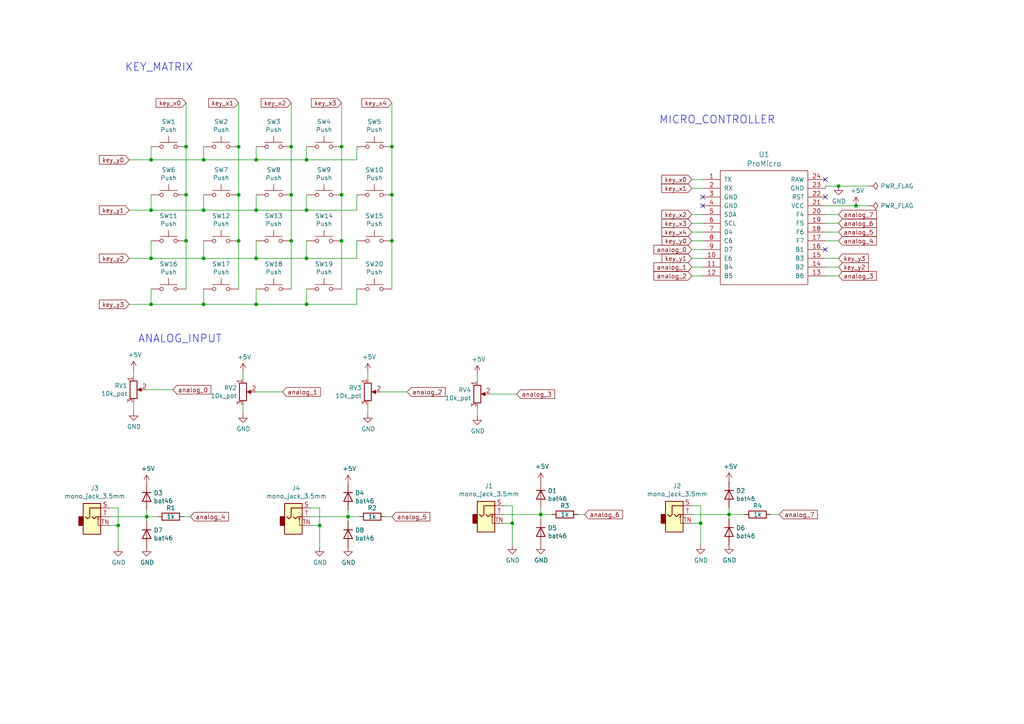
<source format=kicad_sch>
(kicad_sch (version 20211123) (generator eeschema)
  (paper "A4")
  (title_block (title "c_l_i_k_r") (date "2022-02-22") (rev "v_0_2_1") (company "cyberboy666") (comment 1 "CC-BY-SA"))
  (lib_symbols
    (symbol "Connector:AudioJack2_SwitchT"
      (property "Reference" "J" (at 0 8.89 0))
      (property "Value" "AudioJack2_SwitchT" (at 0 6.35 0))
      (symbol "AudioJack2_SwitchT_0_1"
        (rectangle (start -2.54 0) (end -3.81 -2.54) (stroke (width 0.254)) (fill (type outline)))
        (polyline (pts (xy 1.778 -0.254) (xy 2.032 -0.762)))
        (polyline (pts (xy 0 0) (xy 0.635 -0.635) (xy 1.27 0) (xy 2.54 0)) (stroke (width 0.254)))
        (polyline (pts (xy 2.54 -2.54) (xy 1.778 -2.54) (xy 1.778 -0.254) (xy 1.524 -0.762)))
        (polyline (pts (xy 2.54 2.54) (xy -0.635 2.54) (xy -0.635 0) (xy -1.27 -0.635) (xy -1.905 0)) (stroke (width 0.254)))
        (rectangle (start 2.54 3.81) (end -2.54 -5.08) (stroke (width 0.254)) (fill (type background)))
      )
      (symbol "AudioJack2_SwitchT_1_1"
        (pin passive line (at 5.08 2.54 180) (length 2.54) (name "~") (number "S"))
        (pin passive line (at 5.08 0 180) (length 2.54) (name "~") (number "T"))
        (pin passive line (at 5.08 -2.54 180) (length 2.54) (name "~") (number "TN"))
      )
    )
    (symbol "Device:D" (pin_numbers hide) (pin_names (offset 1.016) hide)
      (property "Reference" "D" (at 0 2.54 0))
      (property "Value" "D" (at 0 -2.54 0))
      (symbol "D_0_1"
        (polyline (pts (xy -1.27 1.27) (xy -1.27 -1.27)) (stroke (width 0.254)))
        (polyline (pts (xy 1.27 0) (xy -1.27 0)))
        (polyline (pts (xy 1.27 1.27) (xy 1.27 -1.27) (xy -1.27 0) (xy 1.27 1.27)) (stroke (width 0.254)))
      )
      (symbol "D_1_1"
        (pin passive line (at -3.81 0 0) (length 2.54) (name "K") (number "1"))
        (pin passive line (at 3.81 0 180) (length 2.54) (name "A") (number "2"))
      )
    )
    (symbol "Device:R" (pin_numbers hide) (pin_names (offset 0))
      (property "Reference" "R" (at 2.032 0 90))
      (property "Value" "R" (at 0 0 90))
      (symbol "R_0_1"
        (rectangle (start -1.016 -2.54) (end 1.016 2.54) (stroke (width 0.254)))
      )
      (symbol "R_1_1"
        (pin passive line (at 0 3.81 270) (length 1.27) (name "~") (number "1"))
        (pin passive line (at 0 -3.81 90) (length 1.27) (name "~") (number "2"))
      )
    )
    (symbol "Device:R_Potentiometer" (pin_names (offset 1.016) hide)
      (property "Reference" "RV" (at -4.445 0 90))
      (property "Value" "R_Potentiometer" (at -2.54 0 90))
      (symbol "R_Potentiometer_0_1"
        (polyline (pts (xy 2.54 0) (xy 1.524 0)))
        (polyline (pts (xy 1.143 0) (xy 2.286 0.508) (xy 2.286 -0.508) (xy 1.143 0)) (fill (type outline)))
        (rectangle (start 1.016 2.54) (end -1.016 -2.54) (stroke (width 0.254)))
      )
      (symbol "R_Potentiometer_1_1"
        (pin passive line (at 0 3.81 270) (length 1.27) (name "1") (number "1"))
        (pin passive line (at 3.81 0 180) (length 1.27) (name "2") (number "2"))
        (pin passive line (at 0 -3.81 90) (length 1.27) (name "3") (number "3"))
      )
    )
    (symbol "Switch:SW_Push" (pin_numbers hide) (pin_names (offset 1.016) hide)
      (property "Reference" "SW" (at 1.27 2.54 0))
      (property "Value" "SW_Push" (at 0 -1.524 0))
      (symbol "SW_Push_0_1"
        (circle (center -2.032 0) (radius 0.508))
        (polyline (pts (xy 0 1.27) (xy 0 3.048)))
        (polyline (pts (xy 2.54 1.27) (xy -2.54 1.27)))
        (circle (center 2.032 0) (radius 0.508))
        (pin passive line (at -5.08 0 0) (length 2.54) (name "1") (number "1"))
        (pin passive line (at 5.08 0 180) (length 2.54) (name "2") (number "2"))
      )
    )
    (symbol "power:+5V" (power) (pin_names (offset 0))
      (property "Value" "+5V" (at 0 3.556 0))
      (symbol "+5V_0_1"
        (polyline (pts (xy -0.762 1.27) (xy 0 2.54)))
        (polyline (pts (xy 0 0) (xy 0 2.54)))
        (polyline (pts (xy 0 2.54) (xy 0.762 1.27)))
      )
      (symbol "+5V_1_1"
        (pin power_in line (at 0 0 90) (length 0) hide (name "+5V") (number "1"))
      )
    )
    (symbol "power:GND" (power) (pin_names (offset 0))
      (property "Value" "GND" (at 0 -3.81 0))
      (symbol "GND_0_1"
        (polyline (pts (xy 0 0) (xy 0 -1.27) (xy 1.27 -1.27) (xy 0 -2.54) (xy -1.27 -1.27) (xy 0 -1.27)))
      )
      (symbol "GND_1_1"
        (pin power_in line (at 0 0 270) (length 0) hide (name "GND") (number "1"))
      )
    )
    (symbol "power:PWR_FLAG" (power) (pin_numbers hide) (pin_names (offset 0) hide)
      (property "Value" "PWR_FLAG" (at 0 3.81 0))
      (symbol "PWR_FLAG_0_0"
        (pin power_out line (at 0 0 90) (length 0) (name "pwr") (number "1"))
      )
      (symbol "PWR_FLAG_0_1"
        (polyline (pts (xy 0 0) (xy 0 1.27) (xy -1.016 1.905) (xy 0 2.54) (xy 1.016 1.905) (xy 0 1.27)))
      )
    )
    (symbol "promicro:ProMicro" (pin_names (offset 1.016))
      (property "Reference" "U" (at 0 24.13 0))
      (property "Value" "ProMicro" (at 0 -13.97 0))
      (symbol "ProMicro_0_1"
        (rectangle (start -12.7 21.59) (end 12.7 -11.43))
      )
      (symbol "ProMicro_1_1"
        (pin bidirectional line (at -17.78 19.05 0) (length 5.08) (name "TX") (number "1"))
        (pin bidirectional line (at -17.78 -3.81 0) (length 5.08) (name "E6") (number "10"))
        (pin bidirectional line (at -17.78 -6.35 0) (length 5.08) (name "B4") (number "11"))
        (pin bidirectional line (at -17.78 -8.89 0) (length 5.08) (name "B5") (number "12"))
        (pin bidirectional line (at 17.78 -8.89 180) (length 5.08) (name "B6") (number "13"))
        (pin bidirectional line (at 17.78 -6.35 180) (length 5.08) (name "B2") (number "14"))
        (pin bidirectional line (at 17.78 -3.81 180) (length 5.08) (name "B3") (number "15"))
        (pin bidirectional line (at 17.78 -1.27 180) (length 5.08) (name "B1") (number "16"))
        (pin bidirectional line (at 17.78 1.27 180) (length 5.08) (name "F7") (number "17"))
        (pin bidirectional line (at 17.78 3.81 180) (length 5.08) (name "F6") (number "18"))
        (pin bidirectional line (at 17.78 6.35 180) (length 5.08) (name "F5") (number "19"))
        (pin bidirectional line (at -17.78 16.51 0) (length 5.08) (name "RX") (number "2"))
        (pin bidirectional line (at 17.78 8.89 180) (length 5.08) (name "F4") (number "20"))
        (pin power_in line (at 17.78 11.43 180) (length 5.08) (name "VCC") (number "21"))
        (pin input line (at 17.78 13.97 180) (length 5.08) (name "RST") (number "22"))
        (pin power_in line (at 17.78 16.51 180) (length 5.08) (name "GND") (number "23"))
        (pin power_out line (at 17.78 19.05 180) (length 5.08) (name "RAW") (number "24"))
        (pin power_in line (at -17.78 13.97 0) (length 5.08) (name "GND") (number "3"))
        (pin power_in line (at -17.78 11.43 0) (length 5.08) (name "GND") (number "4"))
        (pin bidirectional line (at -17.78 8.89 0) (length 5.08) (name "SDA") (number "5"))
        (pin bidirectional line (at -17.78 6.35 0) (length 5.08) (name "SCL") (number "6"))
        (pin bidirectional line (at -17.78 3.81 0) (length 5.08) (name "D4") (number "7"))
        (pin bidirectional line (at -17.78 1.27 0) (length 5.08) (name "C6") (number "8"))
        (pin bidirectional line (at -17.78 -1.27 0) (length 5.08) (name "D7") (number "9"))
      )
    )
  )
  (junction (at 248.285 59.69))
  (junction (at 43.815 60.96))
  (junction (at 156.845 149.225))
  (junction (at 53.975 42.545))
  (junction (at 74.295 46.355))
  (junction (at 42.545 149.86))
  (junction (at 59.055 74.93))
  (junction (at 203.2 151.765))
  (junction (at 53.975 56.515))
  (junction (at 211.455 149.225))
  (junction (at 69.215 42.545))
  (junction (at 74.295 74.93))
  (junction (at 99.06 69.85))
  (junction (at 148.59 151.765))
  (junction (at 84.455 56.515))
  (junction (at 92.71 152.4))
  (junction (at 43.815 74.93))
  (junction (at 43.815 46.355))
  (junction (at 69.215 69.85))
  (junction (at 100.965 149.86))
  (junction (at 113.665 42.545))
  (junction (at 59.055 88.265))
  (junction (at 69.215 56.515))
  (junction (at 88.9 46.355))
  (junction (at 43.815 88.265))
  (junction (at 113.665 56.515))
  (junction (at 74.295 88.265))
  (junction (at 34.29 152.4))
  (junction (at 53.975 69.85))
  (junction (at 99.06 42.545))
  (junction (at 59.055 46.355))
  (junction (at 84.455 42.545))
  (junction (at 74.295 60.96))
  (junction (at 88.9 60.96))
  (junction (at 88.9 88.265))
  (junction (at 113.665 69.85))
  (junction (at 88.9 74.93))
  (junction (at 84.455 69.85))
  (junction (at 99.06 56.515))
  (junction (at 59.055 60.96))
  (junction (at 243.205 53.975))
  (no_connect (at 203.835 57.15))
  (no_connect (at 239.395 52.07))
  (no_connect (at 239.395 57.15))
  (no_connect (at 203.835 59.69))
  (no_connect (at 239.395 72.39))
  (wire (pts (xy 169.545 149.225) (xy 167.64 149.225)))
  (wire (pts (xy 243.205 53.975) (xy 239.395 53.975)))
  (wire (pts (xy 215.9 149.225) (xy 211.455 149.225)))
  (wire (pts (xy 113.665 42.545) (xy 113.665 29.845)))
  (wire (pts (xy 74.295 88.265) (xy 88.9 88.265)))
  (wire (pts (xy 106.68 120.015) (xy 106.68 117.475)))
  (wire (pts (xy 74.295 56.515) (xy 74.295 60.96)))
  (wire (pts (xy 88.9 69.85) (xy 88.9 74.93)))
  (wire (pts (xy 100.965 151.13) (xy 100.965 149.86)))
  (wire (pts (xy 103.505 60.96) (xy 103.505 56.515)))
  (wire (pts (xy 43.815 42.545) (xy 43.815 46.355)))
  (wire (pts (xy 59.055 74.93) (xy 74.295 74.93)))
  (wire (pts (xy 59.055 42.545) (xy 59.055 46.355)))
  (wire (pts (xy 113.665 69.85) (xy 113.665 56.515)))
  (wire (pts (xy 200.66 62.23) (xy 203.835 62.23)))
  (wire (pts (xy 243.205 80.01) (xy 239.395 80.01)))
  (wire (pts (xy 146.05 149.225) (xy 156.845 149.225)))
  (wire (pts (xy 138.43 120.65) (xy 138.43 118.11)))
  (wire (pts (xy 74.295 83.82) (xy 74.295 88.265)))
  (wire (pts (xy 110.49 113.665) (xy 118.11 113.665)))
  (wire (pts (xy 84.455 83.82) (xy 84.455 69.85)))
  (wire (pts (xy 92.71 147.32) (xy 92.71 152.4)))
  (wire (pts (xy 43.815 88.265) (xy 59.055 88.265)))
  (wire (pts (xy 69.215 56.515) (xy 69.215 42.545)))
  (wire (pts (xy 43.815 69.85) (xy 43.815 74.93)))
  (wire (pts (xy 113.665 83.82) (xy 113.665 69.85)))
  (wire (pts (xy 103.505 74.93) (xy 103.505 69.85)))
  (wire (pts (xy 106.68 109.855) (xy 106.68 107.95)))
  (wire (pts (xy 203.835 69.85) (xy 200.66 69.85)))
  (wire (pts (xy 59.055 46.355) (xy 74.295 46.355)))
  (wire (pts (xy 104.14 149.86) (xy 100.965 149.86)))
  (wire (pts (xy 88.9 56.515) (xy 88.9 60.96)))
  (wire (pts (xy 53.975 56.515) (xy 53.975 42.545)))
  (wire (pts (xy 252.095 53.975) (xy 243.205 53.975)))
  (wire (pts (xy 200.66 67.31) (xy 203.835 67.31)))
  (wire (pts (xy 69.215 42.545) (xy 69.215 29.845)))
  (wire (pts (xy 42.545 149.86) (xy 42.545 147.955)))
  (wire (pts (xy 148.59 158.115) (xy 148.59 151.765)))
  (wire (pts (xy 88.9 46.355) (xy 103.505 46.355)))
  (wire (pts (xy 243.205 69.85) (xy 239.395 69.85)))
  (wire (pts (xy 88.9 88.265) (xy 103.505 88.265)))
  (wire (pts (xy 138.43 110.49) (xy 138.43 108.585)))
  (wire (pts (xy 42.545 151.13) (xy 42.545 149.86)))
  (wire (pts (xy 53.975 83.82) (xy 53.975 69.85)))
  (wire (pts (xy 211.455 149.225) (xy 211.455 147.32)))
  (wire (pts (xy 88.9 42.545) (xy 88.9 46.355)))
  (wire (pts (xy 146.05 151.765) (xy 148.59 151.765)))
  (wire (pts (xy 88.9 74.93) (xy 103.505 74.93)))
  (wire (pts (xy 84.455 42.545) (xy 84.455 29.845)))
  (wire (pts (xy 103.505 46.355) (xy 103.505 42.545)))
  (wire (pts (xy 156.845 149.225) (xy 156.845 147.32)))
  (wire (pts (xy 200.66 149.225) (xy 211.455 149.225)))
  (wire (pts (xy 31.75 152.4) (xy 34.29 152.4)))
  (wire (pts (xy 31.75 149.86) (xy 42.545 149.86)))
  (wire (pts (xy 99.06 56.515) (xy 99.06 42.545)))
  (wire (pts (xy 226.06 149.225) (xy 223.52 149.225)))
  (wire (pts (xy 45.72 149.86) (xy 42.545 149.86)))
  (wire (pts (xy 59.055 60.96) (xy 74.295 60.96)))
  (wire (pts (xy 92.71 158.75) (xy 92.71 152.4)))
  (wire (pts (xy 43.815 74.93) (xy 59.055 74.93)))
  (wire (pts (xy 148.59 146.685) (xy 148.59 151.765)))
  (wire (pts (xy 43.815 56.515) (xy 43.815 60.96)))
  (wire (pts (xy 100.965 149.86) (xy 100.965 147.955)))
  (wire (pts (xy 90.17 149.86) (xy 100.965 149.86)))
  (wire (pts (xy 69.215 69.85) (xy 69.215 56.515)))
  (wire (pts (xy 203.835 77.47) (xy 200.66 77.47)))
  (wire (pts (xy 70.485 120.015) (xy 70.485 117.475)))
  (wire (pts (xy 239.395 74.93) (xy 243.205 74.93)))
  (wire (pts (xy 34.29 147.32) (xy 34.29 152.4)))
  (wire (pts (xy 88.9 83.82) (xy 88.9 88.265)))
  (wire (pts (xy 37.465 88.265) (xy 43.815 88.265)))
  (wire (pts (xy 200.66 151.765) (xy 203.2 151.765)))
  (wire (pts (xy 34.29 158.75) (xy 34.29 152.4)))
  (wire (pts (xy 37.465 60.96) (xy 43.815 60.96)))
  (wire (pts (xy 99.06 69.85) (xy 99.06 56.515)))
  (wire (pts (xy 43.815 60.96) (xy 59.055 60.96)))
  (wire (pts (xy 37.465 74.93) (xy 43.815 74.93)))
  (wire (pts (xy 99.06 83.82) (xy 99.06 69.85)))
  (wire (pts (xy 38.735 119.38) (xy 38.735 116.84)))
  (wire (pts (xy 156.845 150.495) (xy 156.845 149.225)))
  (wire (pts (xy 243.205 77.47) (xy 239.395 77.47)))
  (wire (pts (xy 200.66 52.07) (xy 203.835 52.07)))
  (wire (pts (xy 74.295 113.665) (xy 81.915 113.665)))
  (wire (pts (xy 200.66 54.61) (xy 203.835 54.61)))
  (wire (pts (xy 90.17 147.32) (xy 92.71 147.32)))
  (wire (pts (xy 42.545 113.03) (xy 50.165 113.03)))
  (wire (pts (xy 146.05 146.685) (xy 148.59 146.685)))
  (wire (pts (xy 203.2 158.115) (xy 203.2 151.765)))
  (wire (pts (xy 43.815 46.355) (xy 59.055 46.355)))
  (wire (pts (xy 55.245 149.86) (xy 53.34 149.86)))
  (wire (pts (xy 142.24 114.3) (xy 149.86 114.3)))
  (wire (pts (xy 203.835 80.01) (xy 200.66 80.01)))
  (wire (pts (xy 211.455 150.495) (xy 211.455 149.225)))
  (wire (pts (xy 243.205 64.77) (xy 239.395 64.77)))
  (wire (pts (xy 88.9 60.96) (xy 103.505 60.96)))
  (wire (pts (xy 203.835 74.93) (xy 200.66 74.93)))
  (wire (pts (xy 59.055 56.515) (xy 59.055 60.96)))
  (wire (pts (xy 160.02 149.225) (xy 156.845 149.225)))
  (wire (pts (xy 203.835 72.39) (xy 200.66 72.39)))
  (wire (pts (xy 84.455 69.85) (xy 84.455 56.515)))
  (wire (pts (xy 59.055 69.85) (xy 59.055 74.93)))
  (wire (pts (xy 38.735 109.22) (xy 38.735 107.315)))
  (wire (pts (xy 90.17 152.4) (xy 92.71 152.4)))
  (wire (pts (xy 203.2 146.685) (xy 203.2 151.765)))
  (wire (pts (xy 113.665 56.515) (xy 113.665 42.545)))
  (wire (pts (xy 59.055 88.265) (xy 74.295 88.265)))
  (wire (pts (xy 37.465 46.355) (xy 43.815 46.355)))
  (wire (pts (xy 74.295 46.355) (xy 88.9 46.355)))
  (wire (pts (xy 99.06 42.545) (xy 99.06 29.845)))
  (wire (pts (xy 74.295 69.85) (xy 74.295 74.93)))
  (wire (pts (xy 252.095 59.69) (xy 248.285 59.69)))
  (wire (pts (xy 74.295 42.545) (xy 74.295 46.355)))
  (wire (pts (xy 59.055 83.82) (xy 59.055 88.265)))
  (wire (pts (xy 43.815 83.82) (xy 43.815 88.265)))
  (wire (pts (xy 243.205 62.23) (xy 239.395 62.23)))
  (wire (pts (xy 53.975 69.85) (xy 53.975 56.515)))
  (wire (pts (xy 31.75 147.32) (xy 34.29 147.32)))
  (wire (pts (xy 113.665 149.86) (xy 111.76 149.86)))
  (wire (pts (xy 74.295 60.96) (xy 88.9 60.96)))
  (wire (pts (xy 84.455 56.515) (xy 84.455 42.545)))
  (wire (pts (xy 69.215 83.82) (xy 69.215 69.85)))
  (wire (pts (xy 239.395 53.975) (xy 239.395 54.61)))
  (wire (pts (xy 243.205 67.31) (xy 239.395 67.31)))
  (wire (pts (xy 248.285 59.69) (xy 239.395 59.69)))
  (wire (pts (xy 200.66 64.77) (xy 203.835 64.77)))
  (wire (pts (xy 200.66 146.685) (xy 203.2 146.685)))
  (wire (pts (xy 103.505 88.265) (xy 103.505 83.82)))
  (wire (pts (xy 53.975 42.545) (xy 53.975 29.845)))
  (wire (pts (xy 74.295 74.93) (xy 88.9 74.93)))
  (wire (pts (xy 70.485 109.855) (xy 70.485 107.95)))
  (text "KEY_MATRIX" (at 36.195 20.955 0) (effects (font (size 2.2606 2.2606)) (justify left bottom)))
  (text "MICRO_CONTROLLER" (at 191.135 36.195 0) (effects (font (size 2.2606 2.2606)) (justify left bottom)))
  (text "ANALOG_INPUT" (at 40.005 99.695 0) (effects (font (size 2.2606 2.2606)) (justify left bottom)))
  (global_label "analog_7" (shape input) (at 226.06 149.225 0) (property "Intersheet References" "${INTERSHEET_REFS}" (effects hide)))
  (global_label "key_x1" (shape input) (at 200.66 54.61 180) (property "Intersheet References" "${INTERSHEET_REFS}" (effects hide)))
  (global_label "analog_2" (shape input) (at 118.11 113.665 0) (property "Intersheet References" "${INTERSHEET_REFS}" (effects hide)))
  (global_label "analog_3" (shape input) (at 243.205 80.01 0) (property "Intersheet References" "${INTERSHEET_REFS}" (effects hide)))
  (global_label "key_x0" (shape input) (at 53.975 29.845 180) (property "Intersheet References" "${INTERSHEET_REFS}" (effects hide)))
  (global_label "key_x0" (shape input) (at 200.66 52.07 180) (property "Intersheet References" "${INTERSHEET_REFS}" (effects hide)))
  (global_label "analog_4" (shape input) (at 55.245 149.86 0) (property "Intersheet References" "${INTERSHEET_REFS}" (effects hide)))
  (global_label "key_y3" (shape input) (at 37.465 88.265 180) (property "Intersheet References" "${INTERSHEET_REFS}" (effects hide)))
  (global_label "analog_7" (shape input) (at 243.205 62.23 0) (property "Intersheet References" "${INTERSHEET_REFS}" (effects hide)))
  (global_label "key_x4" (shape input) (at 200.66 67.31 180) (property "Intersheet References" "${INTERSHEET_REFS}" (effects hide)))
  (global_label "key_x2" (shape input) (at 200.66 62.23 180) (property "Intersheet References" "${INTERSHEET_REFS}" (effects hide)))
  (global_label "analog_1" (shape input) (at 200.66 77.47 180) (property "Intersheet References" "${INTERSHEET_REFS}" (effects hide)))
  (global_label "key_y0" (shape input) (at 37.465 46.355 180) (property "Intersheet References" "${INTERSHEET_REFS}" (effects hide)))
  (global_label "analog_1" (shape input) (at 81.915 113.665 0) (property "Intersheet References" "${INTERSHEET_REFS}" (effects hide)))
  (global_label "key_y0" (shape input) (at 200.66 69.85 180) (property "Intersheet References" "${INTERSHEET_REFS}" (effects hide)))
  (global_label "analog_5" (shape input) (at 113.665 149.86 0) (property "Intersheet References" "${INTERSHEET_REFS}" (effects hide)))
  (global_label "key_y3" (shape input) (at 243.205 74.93 0) (property "Intersheet References" "${INTERSHEET_REFS}" (effects hide)))
  (global_label "key_y1" (shape input) (at 200.66 74.93 180) (property "Intersheet References" "${INTERSHEET_REFS}" (effects hide)))
  (global_label "key_x4" (shape input) (at 113.665 29.845 180) (property "Intersheet References" "${INTERSHEET_REFS}" (effects hide)))
  (global_label "analog_6" (shape input) (at 169.545 149.225 0) (property "Intersheet References" "${INTERSHEET_REFS}" (effects hide)))
  (global_label "key_x2" (shape input) (at 84.455 29.845 180) (property "Intersheet References" "${INTERSHEET_REFS}" (effects hide)))
  (global_label "key_y1" (shape input) (at 37.465 60.96 180) (property "Intersheet References" "${INTERSHEET_REFS}" (effects hide)))
  (global_label "analog_0" (shape input) (at 200.66 72.39 180) (property "Intersheet References" "${INTERSHEET_REFS}" (effects hide)))
  (global_label "analog_3" (shape input) (at 149.86 114.3 0) (property "Intersheet References" "${INTERSHEET_REFS}" (effects hide)))
  (global_label "key_y2" (shape input) (at 243.205 77.47 0) (property "Intersheet References" "${INTERSHEET_REFS}" (effects hide)))
  (global_label "key_x3" (shape input) (at 99.06 29.845 180) (property "Intersheet References" "${INTERSHEET_REFS}" (effects hide)))
  (global_label "key_x3" (shape input) (at 200.66 64.77 180) (property "Intersheet References" "${INTERSHEET_REFS}" (effects hide)))
  (global_label "key_x1" (shape input) (at 69.215 29.845 180) (property "Intersheet References" "${INTERSHEET_REFS}" (effects hide)))
  (global_label "analog_0" (shape input) (at 50.165 113.03 0) (property "Intersheet References" "${INTERSHEET_REFS}" (effects hide)))
  (global_label "analog_4" (shape input) (at 243.205 69.85 0) (property "Intersheet References" "${INTERSHEET_REFS}" (effects hide)))
  (global_label "analog_2" (shape input) (at 200.66 80.01 180) (property "Intersheet References" "${INTERSHEET_REFS}" (effects hide)))
  (global_label "key_y2" (shape input) (at 37.465 74.93 180) (property "Intersheet References" "${INTERSHEET_REFS}" (effects hide)))
  (global_label "analog_5" (shape input) (at 243.205 67.31 0) (property "Intersheet References" "${INTERSHEET_REFS}" (effects hide)))
  (global_label "analog_6" (shape input) (at 243.205 64.77 0) (property "Intersheet References" "${INTERSHEET_REFS}" (effects hide)))
  (symbol (lib_id "promicro:ProMicro") (at 221.615 71.12 0) (unit 1)
    (property "Reference" "U1" (at 221.615 44.7802 0) (effects (font (size 1.524 1.524))))
    (property "Value" "ProMicro" (at 221.615 47.4726 0) (effects (font (size 1.524 1.524))))
    (property "Footprint" "project_parts:tht_ProMicro" (effects hide))
  )
  (symbol (lib_id "Switch:SW_Push") (at 48.895 42.545 0) (unit 1)
    (property "Reference" "SW1" (at 48.895 35.306 0))
    (property "Value" "Push" (at 48.895 37.6174 0))
    (property "Footprint" "Button_Switch_THT:SW_PUSH_6mm_H7.3mm" (effects hide))
  )
  (symbol (lib_id "Switch:SW_Push") (at 64.135 42.545 0) (unit 1)
    (property "Reference" "SW2" (at 64.135 35.306 0))
    (property "Value" "Push" (at 64.135 37.6174 0))
    (property "Footprint" "Button_Switch_THT:SW_PUSH_6mm_H7.3mm" (effects hide))
  )
  (symbol (lib_id "Switch:SW_Push") (at 79.375 42.545 0) (unit 1)
    (property "Reference" "SW3" (at 79.375 35.306 0))
    (property "Value" "Push" (at 79.375 37.6174 0))
    (property "Footprint" "Button_Switch_THT:SW_PUSH_6mm_H7.3mm" (effects hide))
  )
  (symbol (lib_id "Switch:SW_Push") (at 93.98 42.545 0) (unit 1)
    (property "Reference" "SW4" (at 93.98 35.306 0))
    (property "Value" "Push" (at 93.98 37.6174 0))
    (property "Footprint" "Button_Switch_THT:SW_PUSH_6mm_H7.3mm" (effects hide))
  )
  (symbol (lib_id "Switch:SW_Push") (at 108.585 42.545 0) (unit 1)
    (property "Reference" "SW5" (at 108.585 35.306 0))
    (property "Value" "Push" (at 108.585 37.6174 0))
    (property "Footprint" "Button_Switch_THT:SW_PUSH_6mm_H7.3mm" (effects hide))
  )
  (symbol (lib_id "Switch:SW_Push") (at 48.895 56.515 0) (unit 1)
    (property "Reference" "SW6" (at 48.895 49.276 0))
    (property "Value" "Push" (at 48.895 51.5874 0))
    (property "Footprint" "Button_Switch_THT:SW_PUSH_6mm_H7.3mm" (effects hide))
  )
  (symbol (lib_id "Switch:SW_Push") (at 64.135 56.515 0) (unit 1)
    (property "Reference" "SW7" (at 64.135 49.276 0))
    (property "Value" "Push" (at 64.135 51.5874 0))
    (property "Footprint" "Button_Switch_THT:SW_PUSH_6mm_H7.3mm" (effects hide))
  )
  (symbol (lib_id "Switch:SW_Push") (at 79.375 56.515 0) (unit 1)
    (property "Reference" "SW8" (at 79.375 49.276 0))
    (property "Value" "Push" (at 79.375 51.5874 0))
    (property "Footprint" "Button_Switch_THT:SW_PUSH_6mm_H7.3mm" (effects hide))
  )
  (symbol (lib_id "Switch:SW_Push") (at 93.98 56.515 0) (unit 1)
    (property "Reference" "SW9" (at 93.98 49.276 0))
    (property "Value" "Push" (at 93.98 51.5874 0))
    (property "Footprint" "Button_Switch_THT:SW_PUSH_6mm_H7.3mm" (effects hide))
  )
  (symbol (lib_id "Switch:SW_Push") (at 108.585 56.515 0) (unit 1)
    (property "Reference" "SW10" (at 108.585 49.276 0))
    (property "Value" "Push" (at 108.585 51.5874 0))
    (property "Footprint" "Button_Switch_THT:SW_PUSH_6mm_H7.3mm" (effects hide))
  )
  (symbol (lib_id "Switch:SW_Push") (at 48.895 69.85 0) (unit 1)
    (property "Reference" "SW11" (at 48.895 62.611 0))
    (property "Value" "Push" (at 48.895 64.9224 0))
    (property "Footprint" "Button_Switch_THT:SW_PUSH_6mm_H7.3mm" (effects hide))
  )
  (symbol (lib_id "Switch:SW_Push") (at 64.135 69.85 0) (unit 1)
    (property "Reference" "SW12" (at 64.135 62.611 0))
    (property "Value" "Push" (at 64.135 64.9224 0))
    (property "Footprint" "Button_Switch_THT:SW_PUSH_6mm_H7.3mm" (effects hide))
  )
  (symbol (lib_id "Switch:SW_Push") (at 79.375 69.85 0) (unit 1)
    (property "Reference" "SW13" (at 79.375 62.611 0))
    (property "Value" "Push" (at 79.375 64.9224 0))
    (property "Footprint" "Button_Switch_THT:SW_PUSH_6mm_H7.3mm" (effects hide))
  )
  (symbol (lib_id "Switch:SW_Push") (at 93.98 69.85 0) (unit 1)
    (property "Reference" "SW14" (at 93.98 62.611 0))
    (property "Value" "Push" (at 93.98 64.9224 0))
    (property "Footprint" "Button_Switch_THT:SW_PUSH_6mm_H7.3mm" (effects hide))
  )
  (symbol (lib_id "Switch:SW_Push") (at 108.585 69.85 0) (unit 1)
    (property "Reference" "SW15" (at 108.585 62.611 0))
    (property "Value" "Push" (at 108.585 64.9224 0))
    (property "Footprint" "Button_Switch_THT:SW_PUSH_6mm_H7.3mm" (effects hide))
  )
  (symbol (lib_id "Switch:SW_Push") (at 48.895 83.82 0) (unit 1)
    (property "Reference" "SW16" (at 48.895 76.581 0))
    (property "Value" "Push" (at 48.895 78.8924 0))
    (property "Footprint" "Button_Switch_THT:SW_PUSH_6mm_H7.3mm" (effects hide))
  )
  (symbol (lib_id "Switch:SW_Push") (at 64.135 83.82 0) (unit 1)
    (property "Reference" "SW17" (at 64.135 76.581 0))
    (property "Value" "Push" (at 64.135 78.8924 0))
    (property "Footprint" "Button_Switch_THT:SW_PUSH_6mm_H7.3mm" (effects hide))
  )
  (symbol (lib_id "Switch:SW_Push") (at 79.375 83.82 0) (unit 1)
    (property "Reference" "SW18" (at 79.375 76.581 0))
    (property "Value" "Push" (at 79.375 78.8924 0))
    (property "Footprint" "Button_Switch_THT:SW_PUSH_6mm_H7.3mm" (effects hide))
  )
  (symbol (lib_id "Switch:SW_Push") (at 93.98 83.82 0) (unit 1)
    (property "Reference" "SW19" (at 93.98 76.581 0))
    (property "Value" "Push" (at 93.98 78.8924 0))
    (property "Footprint" "Button_Switch_THT:SW_PUSH_6mm_H7.3mm" (effects hide))
  )
  (symbol (lib_id "Switch:SW_Push") (at 108.585 83.82 0) (unit 1)
    (property "Reference" "SW20" (at 108.585 76.581 0))
    (property "Value" "Push" (at 108.585 78.8924 0))
    (property "Footprint" "Button_Switch_THT:SW_PUSH_6mm_H7.3mm" (effects hide))
  )
  (symbol (lib_id "Device:R_Potentiometer") (at 38.735 113.03 0) (unit 1)
    (property "Reference" "RV1" (at 36.9824 111.8616 0) (effects (justify right)))
    (property "Value" "10k_pot" (at 36.9824 114.173 0) (effects (justify right)))
    (property "Footprint" "Potentiometer_THT:Potentiometer_Alps_RK09L_Single_Vertical" (effects hide))
  )
  (symbol (lib_id "power:+5V") (at 38.735 107.315 0) (unit 1)
    (property "Reference" "#PWR03" (effects hide))
    (property "Value" "+5V" (at 39.116 102.9208 0))
  )
  (symbol (lib_id "power:GND") (at 38.735 119.38 0) (unit 1)
    (property "Reference" "#PWR07" (effects hide))
    (property "Value" "GND" (at 38.862 123.7742 0))
  )
  (symbol (lib_id "Device:R_Potentiometer") (at 70.485 113.665 0) (unit 1)
    (property "Reference" "RV2" (at 68.7324 112.4966 0) (effects (justify right)))
    (property "Value" "10k_pot" (at 68.7324 114.808 0) (effects (justify right)))
    (property "Footprint" "Potentiometer_THT:Potentiometer_Alps_RK09L_Single_Vertical" (effects hide))
  )
  (symbol (lib_id "power:+5V") (at 70.485 107.95 0) (unit 1)
    (property "Reference" "#PWR04" (effects hide))
    (property "Value" "+5V" (at 70.866 103.5558 0))
  )
  (symbol (lib_id "power:GND") (at 70.485 120.015 0) (unit 1)
    (property "Reference" "#PWR08" (effects hide))
    (property "Value" "GND" (at 70.612 124.4092 0))
  )
  (symbol (lib_id "Device:R_Potentiometer") (at 106.68 113.665 0) (unit 1)
    (property "Reference" "RV3" (at 104.9274 112.4966 0) (effects (justify right)))
    (property "Value" "10k_pot" (at 104.9274 114.808 0) (effects (justify right)))
    (property "Footprint" "Potentiometer_THT:Potentiometer_Alps_RK09L_Single_Vertical" (effects hide))
  )
  (symbol (lib_id "power:+5V") (at 106.68 107.95 0) (unit 1)
    (property "Reference" "#PWR05" (effects hide))
    (property "Value" "+5V" (at 107.061 103.5558 0))
  )
  (symbol (lib_id "power:GND") (at 106.68 120.015 0) (unit 1)
    (property "Reference" "#PWR09" (effects hide))
    (property "Value" "GND" (at 106.807 124.4092 0))
  )
  (symbol (lib_id "Device:R_Potentiometer") (at 138.43 114.3 0) (unit 1)
    (property "Reference" "RV4" (at 136.6774 113.1316 0) (effects (justify right)))
    (property "Value" "10k_pot" (at 136.6774 115.443 0) (effects (justify right)))
    (property "Footprint" "Potentiometer_THT:Potentiometer_Alps_RK09L_Single_Vertical" (effects hide))
  )
  (symbol (lib_id "power:+5V") (at 138.43 108.585 0) (unit 1)
    (property "Reference" "#PWR06" (effects hide))
    (property "Value" "+5V" (at 138.811 104.1908 0))
  )
  (symbol (lib_id "power:GND") (at 138.43 120.65 0) (unit 1)
    (property "Reference" "#PWR010" (effects hide))
    (property "Value" "GND" (at 138.557 125.0442 0))
  )
  (symbol (lib_id "Connector:AudioJack2_SwitchT") (at 26.67 149.86 0) (unit 1)
    (property "Reference" "J3" (at 27.4828 141.605 0))
    (property "Value" "mono_jack_3.5mm" (at 27.4828 143.9164 0))
    (property "Footprint" "Connector_Audio:Jack_3.5mm_QingPu_WQP-PJ398SM_Vertical_CircularHoles" (effects hide))
  )
  (symbol (lib_id "power:GND") (at 34.29 158.75 0) (unit 1)
    (property "Reference" "#PWR019" (effects hide))
    (property "Value" "GND" (at 34.417 163.1442 0))
  )
  (symbol (lib_id "Device:D") (at 42.545 154.94 270) (unit 1)
    (property "Reference" "D7" (at 44.5516 153.7716 90) (effects (justify left)))
    (property "Value" "bat46" (at 44.5516 156.083 90) (effects (justify left)))
    (property "Footprint" "Diode_THT:D_DO-34_SOD68_P7.62mm_Horizontal" (effects hide))
  )
  (symbol (lib_id "Device:D") (at 42.545 144.145 270) (unit 1)
    (property "Reference" "D3" (at 44.5516 142.9766 90) (effects (justify left)))
    (property "Value" "bat46" (at 44.5516 145.288 90) (effects (justify left)))
    (property "Footprint" "Diode_THT:D_DO-34_SOD68_P7.62mm_Horizontal" (effects hide))
  )
  (symbol (lib_id "power:GND") (at 42.545 158.75 0) (unit 1)
    (property "Reference" "#PWR020" (effects hide))
    (property "Value" "GND" (at 42.672 163.1442 0))
  )
  (symbol (lib_id "power:+5V") (at 42.545 140.335 0) (unit 1)
    (property "Reference" "#PWR013" (effects hide))
    (property "Value" "+5V" (at 42.926 135.9408 0))
  )
  (symbol (lib_id "Connector:AudioJack2_SwitchT") (at 85.09 149.86 0) (unit 1)
    (property "Reference" "J4" (at 85.9028 141.605 0))
    (property "Value" "mono_jack_3.5mm" (at 85.9028 143.9164 0))
    (property "Footprint" "Connector_Audio:Jack_3.5mm_QingPu_WQP-PJ398SM_Vertical_CircularHoles" (effects hide))
  )
  (symbol (lib_id "power:GND") (at 92.71 158.75 0) (unit 1)
    (property "Reference" "#PWR021" (effects hide))
    (property "Value" "GND" (at 92.837 163.1442 0))
  )
  (symbol (lib_id "Device:D") (at 100.965 154.94 270) (unit 1)
    (property "Reference" "D8" (at 102.9716 153.7716 90) (effects (justify left)))
    (property "Value" "bat46" (at 102.9716 156.083 90) (effects (justify left)))
    (property "Footprint" "Diode_THT:D_DO-34_SOD68_P7.62mm_Horizontal" (effects hide))
  )
  (symbol (lib_id "Device:D") (at 100.965 144.145 270) (unit 1)
    (property "Reference" "D4" (at 102.9716 142.9766 90) (effects (justify left)))
    (property "Value" "bat46" (at 102.9716 145.288 90) (effects (justify left)))
    (property "Footprint" "Diode_THT:D_DO-34_SOD68_P7.62mm_Horizontal" (effects hide))
  )
  (symbol (lib_id "power:GND") (at 100.965 158.75 0) (unit 1)
    (property "Reference" "#PWR022" (effects hide))
    (property "Value" "GND" (at 101.092 163.1442 0))
  )
  (symbol (lib_id "power:+5V") (at 100.965 140.335 0) (unit 1)
    (property "Reference" "#PWR014" (effects hide))
    (property "Value" "+5V" (at 101.346 135.9408 0))
  )
  (symbol (lib_id "Connector:AudioJack2_SwitchT") (at 140.97 149.225 0) (unit 1)
    (property "Reference" "J1" (at 141.7828 140.97 0))
    (property "Value" "mono_jack_3.5mm" (at 141.7828 143.2814 0))
    (property "Footprint" "Connector_Audio:Jack_3.5mm_QingPu_WQP-PJ398SM_Vertical_CircularHoles" (effects hide))
  )
  (symbol (lib_id "power:GND") (at 148.59 158.115 0) (unit 1)
    (property "Reference" "#PWR015" (effects hide))
    (property "Value" "GND" (at 148.717 162.5092 0))
  )
  (symbol (lib_id "Device:D") (at 156.845 154.305 270) (unit 1)
    (property "Reference" "D5" (at 158.8516 153.1366 90) (effects (justify left)))
    (property "Value" "bat46" (at 158.8516 155.448 90) (effects (justify left)))
    (property "Footprint" "Diode_THT:D_DO-34_SOD68_P7.62mm_Horizontal" (effects hide))
  )
  (symbol (lib_id "Device:D") (at 156.845 143.51 270) (unit 1)
    (property "Reference" "D1" (at 158.8516 142.3416 90) (effects (justify left)))
    (property "Value" "bat46" (at 158.8516 144.653 90) (effects (justify left)))
    (property "Footprint" "Diode_THT:D_DO-34_SOD68_P7.62mm_Horizontal" (effects hide))
  )
  (symbol (lib_id "power:GND") (at 156.845 158.115 0) (unit 1)
    (property "Reference" "#PWR016" (effects hide))
    (property "Value" "GND" (at 156.972 162.5092 0))
  )
  (symbol (lib_id "power:+5V") (at 156.845 139.7 0) (unit 1)
    (property "Reference" "#PWR011" (effects hide))
    (property "Value" "+5V" (at 157.226 135.3058 0))
  )
  (symbol (lib_id "Connector:AudioJack2_SwitchT") (at 195.58 149.225 0) (unit 1)
    (property "Reference" "J2" (at 196.3928 140.97 0))
    (property "Value" "mono_jack_3.5mm" (at 196.3928 143.2814 0))
    (property "Footprint" "Connector_Audio:Jack_3.5mm_QingPu_WQP-PJ398SM_Vertical_CircularHoles" (effects hide))
  )
  (symbol (lib_id "power:GND") (at 203.2 158.115 0) (unit 1)
    (property "Reference" "#PWR017" (effects hide))
    (property "Value" "GND" (at 203.327 162.5092 0))
  )
  (symbol (lib_id "Device:D") (at 211.455 154.305 270) (unit 1)
    (property "Reference" "D6" (at 213.4616 153.1366 90) (effects (justify left)))
    (property "Value" "bat46" (at 213.4616 155.448 90) (effects (justify left)))
    (property "Footprint" "Diode_THT:D_DO-34_SOD68_P7.62mm_Horizontal" (effects hide))
  )
  (symbol (lib_id "Device:D") (at 211.455 143.51 270) (unit 1)
    (property "Reference" "D2" (at 213.4616 142.3416 90) (effects (justify left)))
    (property "Value" "bat46" (at 213.4616 144.653 90) (effects (justify left)))
    (property "Footprint" "Diode_THT:D_DO-34_SOD68_P7.62mm_Horizontal" (effects hide))
  )
  (symbol (lib_id "power:GND") (at 211.455 158.115 0) (unit 1)
    (property "Reference" "#PWR018" (effects hide))
    (property "Value" "GND" (at 211.582 162.5092 0))
  )
  (symbol (lib_id "power:+5V") (at 211.455 139.7 0) (unit 1)
    (property "Reference" "#PWR012" (effects hide))
    (property "Value" "+5V" (at 211.836 135.3058 0))
  )
  (symbol (lib_id "power:+5V") (at 248.285 59.69 0) (unit 1)
    (property "Reference" "#PWR02" (effects hide))
    (property "Value" "+5V" (at 248.666 55.2958 0))
  )
  (symbol (lib_id "power:GND") (at 243.205 53.975 0) (unit 1)
    (property "Reference" "#PWR01" (effects hide))
    (property "Value" "GND" (at 243.332 58.3692 0))
  )
  (symbol (lib_id "power:PWR_FLAG") (at 252.095 53.975 270) (unit 1)
    (property "Reference" "#FLG0101" (effects hide))
    (property "Value" "PWR_FLAG" (at 255.3462 53.975 90) (effects (justify left)))
  )
  (symbol (lib_id "power:PWR_FLAG") (at 252.095 59.69 270) (unit 1)
    (property "Reference" "#FLG0102" (effects hide))
    (property "Value" "PWR_FLAG" (at 255.3462 59.69 90) (effects (justify left)))
  )
  (symbol (lib_id "Device:R") (at 49.53 149.86 270) (unit 1)
    (property "Reference" "R1" (at 49.53 147.32 90))
    (property "Value" "1k" (at 49.53 149.86 90))
    (property "Footprint" "Resistor_THT:R_Axial_DIN0207_L6.3mm_D2.5mm_P7.62mm_Horizontal" (effects hide))
  )
  (symbol (lib_id "Device:R") (at 107.95 149.86 270) (unit 1)
    (property "Reference" "R2" (at 107.95 147.32 90))
    (property "Value" "1k" (at 107.95 149.86 90))
    (property "Footprint" "Resistor_THT:R_Axial_DIN0207_L6.3mm_D2.5mm_P7.62mm_Horizontal" (effects hide))
  )
  (symbol (lib_id "Device:R") (at 163.83 149.225 270) (unit 1)
    (property "Reference" "R3" (at 163.83 146.685 90))
    (property "Value" "1k" (at 163.83 149.225 90))
    (property "Footprint" "Resistor_THT:R_Axial_DIN0207_L6.3mm_D2.5mm_P7.62mm_Horizontal" (effects hide))
  )
  (symbol (lib_id "Device:R") (at 219.71 149.225 270) (unit 1)
    (property "Reference" "R4" (at 219.71 146.685 90))
    (property "Value" "1k" (at 219.71 149.225 90))
    (property "Footprint" "Resistor_THT:R_Axial_DIN0207_L6.3mm_D2.5mm_P7.62mm_Horizontal" (effects hide))
  )
)
</source>
